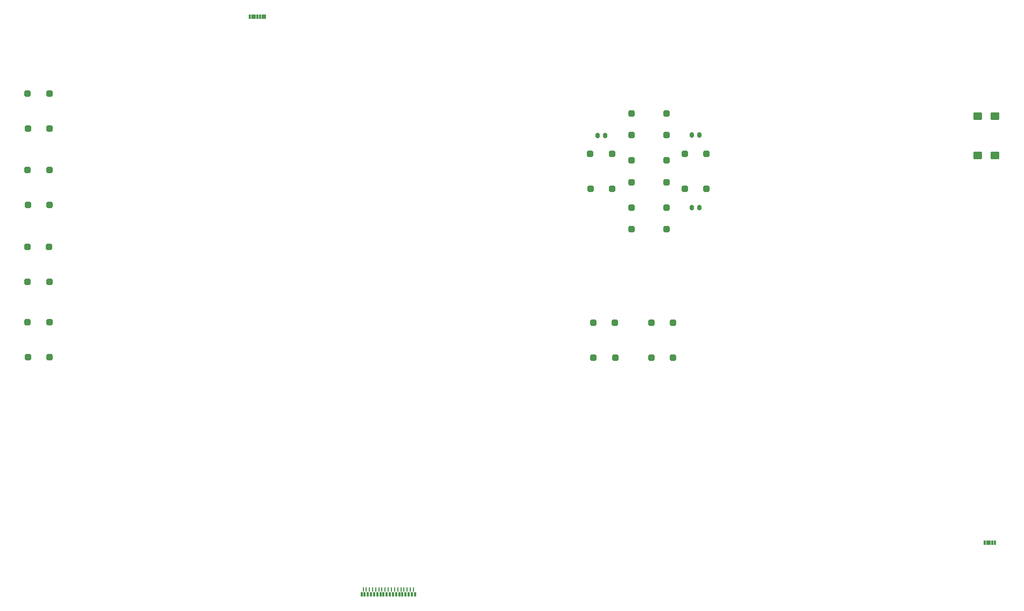
<source format=gtp>
%TF.GenerationSoftware,KiCad,Pcbnew,9.0.3*%
%TF.CreationDate,2025-09-09T23:23:58+03:00*%
%TF.ProjectId,Back,4261636b-2e6b-4696-9361-645f70636258,rev?*%
%TF.SameCoordinates,Original*%
%TF.FileFunction,Paste,Top*%
%TF.FilePolarity,Positive*%
%FSLAX46Y46*%
G04 Gerber Fmt 4.6, Leading zero omitted, Abs format (unit mm)*
G04 Created by KiCad (PCBNEW 9.0.3) date 2025-09-09 23:23:58*
%MOMM*%
%LPD*%
G01*
G04 APERTURE LIST*
G04 Aperture macros list*
%AMRoundRect*
0 Rectangle with rounded corners*
0 $1 Rounding radius*
0 $2 $3 $4 $5 $6 $7 $8 $9 X,Y pos of 4 corners*
0 Add a 4 corners polygon primitive as box body*
4,1,4,$2,$3,$4,$5,$6,$7,$8,$9,$2,$3,0*
0 Add four circle primitives for the rounded corners*
1,1,$1+$1,$2,$3*
1,1,$1+$1,$4,$5*
1,1,$1+$1,$6,$7*
1,1,$1+$1,$8,$9*
0 Add four rect primitives between the rounded corners*
20,1,$1+$1,$2,$3,$4,$5,0*
20,1,$1+$1,$4,$5,$6,$7,0*
20,1,$1+$1,$6,$7,$8,$9,0*
20,1,$1+$1,$8,$9,$2,$3,0*%
%AMFreePoly0*
4,1,7,0.150000,0.330000,0.150000,-0.365000,-0.150000,-0.365000,-0.150000,0.330000,-0.050000,0.370000,0.050000,0.370000,0.150000,0.330000,0.150000,0.330000,$1*%
%AMFreePoly1*
4,1,7,0.120000,-0.275000,0.050000,-0.315000,-0.050000,-0.315000,-0.120000,-0.275000,-0.120000,0.300000,0.120000,0.300000,0.120000,-0.275000,0.120000,-0.275000,$1*%
G04 Aperture macros list end*
%ADD10RoundRect,0.120000X-0.580000X0.480000X-0.580000X-0.480000X0.580000X-0.480000X0.580000X0.480000X0*%
%ADD11R,0.300000X0.730000*%
%ADD12RoundRect,0.150000X-0.150000X-0.250000X0.150000X-0.250000X0.150000X0.250000X-0.150000X0.250000X0*%
%ADD13RoundRect,0.250000X0.250000X-0.250000X0.250000X0.250000X-0.250000X0.250000X-0.250000X-0.250000X0*%
%ADD14RoundRect,0.250000X-0.250000X-0.250000X0.250000X-0.250000X0.250000X0.250000X-0.250000X0.250000X0*%
%ADD15RoundRect,0.250000X0.250000X0.250000X-0.250000X0.250000X-0.250000X-0.250000X0.250000X-0.250000X0*%
%ADD16RoundRect,0.250000X-0.250000X0.250000X-0.250000X-0.250000X0.250000X-0.250000X0.250000X0.250000X0*%
%ADD17FreePoly0,0.000000*%
%ADD18FreePoly1,0.000000*%
G04 APERTURE END LIST*
D10*
%TO.C,SW13*%
X210670000Y-65500000D03*
X213430000Y-65500000D03*
X210660000Y-59270000D03*
X213450000Y-59270000D03*
%TD*%
D11*
%TO.C,J3*%
X213390000Y-126420000D03*
X212990000Y-126420000D03*
X212590000Y-126420000D03*
X212190000Y-126420000D03*
X211790000Y-126420000D03*
%TD*%
D12*
%TO.C,R2*%
X165700000Y-62280000D03*
X166910000Y-62280000D03*
%TD*%
D13*
%TO.C,SW5*%
X156240000Y-62300000D03*
X161770000Y-62290000D03*
X156230000Y-58890000D03*
X161760000Y-58880000D03*
%TD*%
D11*
%TO.C,J4*%
X98630000Y-43660000D03*
X98230000Y-43660000D03*
X97830000Y-43660000D03*
X97430000Y-43660000D03*
X97030000Y-43660000D03*
X96630000Y-43660000D03*
X96230000Y-43660000D03*
%TD*%
D12*
%TO.C,R3*%
X165700000Y-73700000D03*
X166910000Y-73700000D03*
%TD*%
D14*
%TO.C,SW11*%
X61300000Y-91740000D03*
X61310000Y-97270000D03*
X64710000Y-91730000D03*
X64720000Y-97260000D03*
%TD*%
%TO.C,SW2*%
X164600000Y-65240000D03*
X164610000Y-70770000D03*
X168010000Y-65230000D03*
X168020000Y-70760000D03*
%TD*%
D15*
%TO.C,SW10*%
X64700000Y-85410000D03*
X64690000Y-79880000D03*
X61290000Y-85420000D03*
X61280000Y-79890000D03*
%TD*%
%TO.C,SW6*%
X153680000Y-97320000D03*
X153670000Y-91790000D03*
X150270000Y-97330000D03*
X150260000Y-91800000D03*
%TD*%
D14*
%TO.C,SW8*%
X61300000Y-55740000D03*
X61310000Y-61270000D03*
X64710000Y-55730000D03*
X64720000Y-61260000D03*
%TD*%
D13*
%TO.C,SW1*%
X156240000Y-69700000D03*
X161770000Y-69690000D03*
X156230000Y-66290000D03*
X161760000Y-66280000D03*
%TD*%
D16*
%TO.C,SW3*%
X161760000Y-73700000D03*
X156230000Y-73710000D03*
X161770000Y-77110000D03*
X156240000Y-77120000D03*
%TD*%
D15*
%TO.C,SW4*%
X153200000Y-70760000D03*
X153190000Y-65230000D03*
X149790000Y-70770000D03*
X149780000Y-65240000D03*
%TD*%
D12*
%TO.C,R1*%
X150890000Y-62360000D03*
X152100000Y-62360000D03*
%TD*%
D15*
%TO.C,SW7*%
X162770000Y-97320000D03*
X162760000Y-91790000D03*
X159360000Y-97330000D03*
X159350000Y-91800000D03*
%TD*%
D17*
%TO.C,J1*%
X113803183Y-134546817D03*
D18*
X114053183Y-133796817D03*
D17*
X114297301Y-134546817D03*
D18*
X114546933Y-133796817D03*
D17*
X114791418Y-134546817D03*
D18*
X115040683Y-133796817D03*
D17*
X115285536Y-134546817D03*
D18*
X115534433Y-133796817D03*
D17*
X115779654Y-134546817D03*
D18*
X116028183Y-133796817D03*
D17*
X116273771Y-134546817D03*
D18*
X116521933Y-133796817D03*
D17*
X116767889Y-134546817D03*
D18*
X117015683Y-133796817D03*
D17*
X117262007Y-134546817D03*
D18*
X117513183Y-133796817D03*
D17*
X117756124Y-134546817D03*
D18*
X118003183Y-133796817D03*
D17*
X118250242Y-134546817D03*
D18*
X118496933Y-133796817D03*
D17*
X118744359Y-134546817D03*
D18*
X118990683Y-133796817D03*
D17*
X119238477Y-134546817D03*
D18*
X119484433Y-133796817D03*
D17*
X119732595Y-134546817D03*
D18*
X119983183Y-133796817D03*
D17*
X120226712Y-134546817D03*
D18*
X120471933Y-133796817D03*
D17*
X120720830Y-134546817D03*
D18*
X120965683Y-133796817D03*
D17*
X121214948Y-134546817D03*
D18*
X121459433Y-133796817D03*
D17*
X121709065Y-134546817D03*
D18*
X121953183Y-133796817D03*
D17*
X122203183Y-134546817D03*
%TD*%
D14*
%TO.C,SW9*%
X61300000Y-67780000D03*
X61310000Y-73310000D03*
X64710000Y-67770000D03*
X64720000Y-73300000D03*
%TD*%
M02*

</source>
